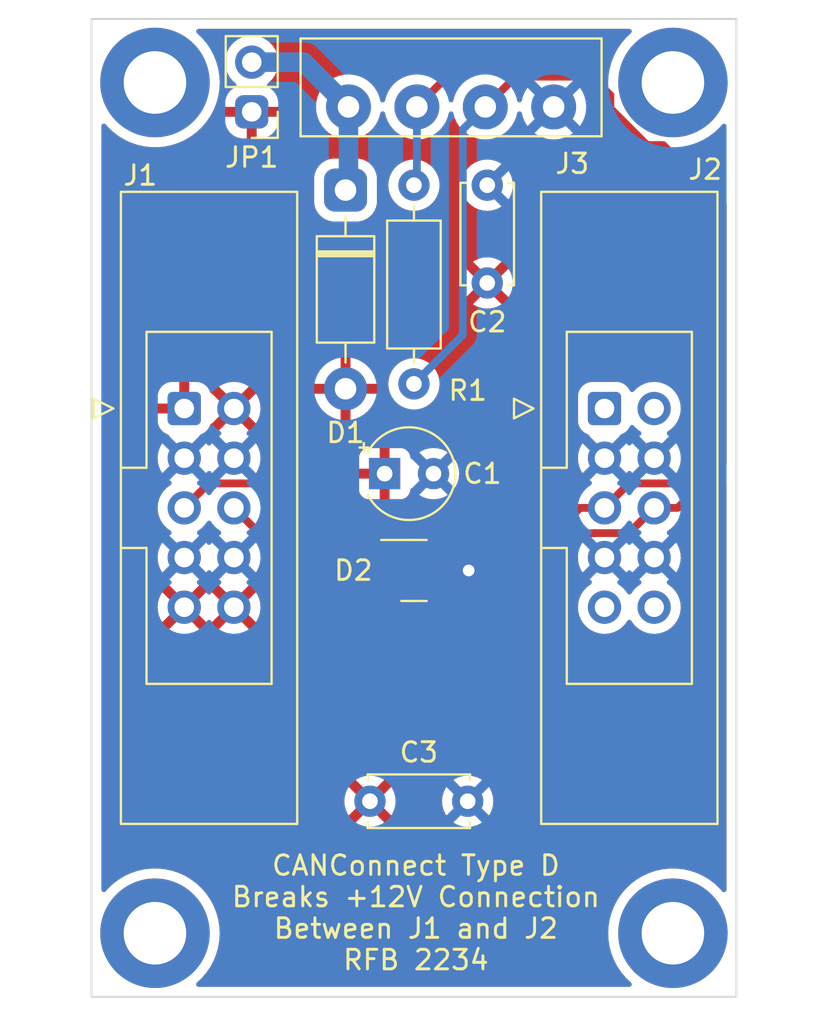
<source format=kicad_pcb>
(kicad_pcb (version 20211014) (generator pcbnew)
  (layers (0 "F.Cu" signal) (31 "B.Cu" signal) (34 "B.Paste" user) (35 "F.Paste" user) (36 "B.SilkS" user "B.Silkscreen") (37 "F.SilkS" user "F.Silkscreen") (38 "B.Mask" user) (39 "F.Mask" user) (44 "Edge.Cuts" user))
  (net 0 "")
  (net 1 "+12V")
  (net 2 "GND")
  (net 3 "/VP")
  (net 4 "/H")
  (net 5 "/L")
  (footprint "Capacitor_THT:C_Disc_D5.0mm_W2.5mm_P5.00mm" (layer "F.Cu") (at 120.25 113.5 90)
    (fp_text reference "C2" (at -2 0 180) (layer "F.SilkS"))
    (fp_text value "100nF")
    (fp_line (start -0.12 1.055) (end -0.12 1.37) (layer "F.SilkS") (width 0.12))
    (fp_line (start -0.12 1.37) (end 5.12 1.37) (layer "F.SilkS") (width 0.12))
    (fp_line (start 5.12 -1.37) (end 5.12 -1.055) (layer "F.SilkS") (width 0.12))
    (fp_line (start 5.12 1.055) (end 5.12 1.37) (layer "F.SilkS") (width 0.12))
    (fp_line (start -0.12 -1.37) (end 5.12 -1.37) (layer "F.SilkS") (width 0.12))
    (fp_line (start -0.12 -1.37) (end -0.12 -1.055) (layer "F.SilkS") (width 0.12))
    (pad "1" thru_hole circle (at 0 0 90) (size 1.6 1.6) (drill 0.8) (layers *.Cu *.Mask) (net 1 "+12V"))
    (pad "2" thru_hole circle (at 5 0 90) (size 1.6 1.6) (drill 0.8) (layers *.Cu *.Mask) (net 2 "GND"))
  )
  (footprint "Capacitor_THT:C_Disc_D5.0mm_W2.5mm_P5.00mm" (layer "F.Cu") (at 114.25 140)
    (fp_text reference "C3" (at 2.5 -2.5) (layer "F.SilkS"))
    (fp_text value "100nF")
    (fp_line (start 5.12 -1.37) (end 5.12 -1.055) (layer "F.SilkS") (width 0.12))
    (fp_line (start -0.12 -1.37) (end 5.12 -1.37) (layer "F.SilkS") (width 0.12))
    (fp_line (start -0.12 1.37) (end 5.12 1.37) (layer "F.SilkS") (width 0.12))
    (fp_line (start -0.12 1.055) (end -0.12 1.37) (layer "F.SilkS") (width 0.12))
    (fp_line (start -0.12 -1.37) (end -0.12 -1.055) (layer "F.SilkS") (width 0.12))
    (fp_line (start 5.12 1.055) (end 5.12 1.37) (layer "F.SilkS") (width 0.12))
    (pad "1" thru_hole circle (at 0 0) (size 1.6 1.6) (drill 0.8) (layers *.Cu *.Mask) (net 1 "+12V"))
    (pad "2" thru_hole circle (at 5 0) (size 1.6 1.6) (drill 0.8) (layers *.Cu *.Mask) (net 2 "GND"))
  )
  (footprint "Diode_THT:D_DO-41_SOD81_P10.16mm_Horizontal" (layer "F.Cu") (at 113 108.75 -90)
    (fp_text reference "D1" (at 12.41 0 180) (layer "F.SilkS"))
    (fp_text value "UF4001")
    (fp_line (start 1.34 0) (end 2.36 0) (layer "F.SilkS") (width 0.12))
    (fp_line (start 2.36 1.47) (end 7.8 1.47) (layer "F.SilkS") (width 0.12))
    (fp_line (start 3.26 -1.47) (end 3.26 1.47) (layer "F.SilkS") (width 0.12))
    (fp_line (start 3.14 -1.47) (end 3.14 1.47) (layer "F.SilkS") (width 0.12))
    (fp_line (start 8.82 0) (end 7.8 0) (layer "F.SilkS") (width 0.12))
    (fp_line (start 2.36 -1.47) (end 2.36 1.47) (layer "F.SilkS") (width 0.12))
    (fp_line (start 3.38 -1.47) (end 3.38 1.47) (layer "F.SilkS") (width 0.12))
    (fp_line (start 7.8 -1.47) (end 2.36 -1.47) (layer "F.SilkS") (width 0.12))
    (fp_line (start 7.8 1.47) (end 7.8 -1.47) (layer "F.SilkS") (width 0.12))
    (pad "1" thru_hole roundrect (at 0 0 270) (size 2.2 2.2) (drill 1.1) (layers *.Cu *.Mask) (net 3 "/VP"))
    (pad "2" thru_hole oval (at 10.16 0 270) (size 2.2 2.2) (drill 1.1) (layers *.Cu *.Mask) (net 1 "+12V"))
  )
  (footprint "Resistor_THT:R_Axial_DIN0207_L6.3mm_D2.5mm_P10.16mm_Horizontal" (layer "F.Cu") (at 116.5 118.66 90)
    (fp_text reference "R1" (at -0.34 2.75 180) (layer "F.SilkS"))
    (fp_text value "120R")
    (fp_line (start 8.35 1.37) (end 8.35 -1.37) (layer "F.SilkS") (width 0.12))
    (fp_line (start 8.35 -1.37) (end 1.81 -1.37) (layer "F.SilkS") (width 0.12))
    (fp_line (start 9.12 0) (end 8.35 0) (layer "F.SilkS") (width 0.12))
    (fp_line (start 1.81 1.37) (end 8.35 1.37) (layer "F.SilkS") (width 0.12))
    (fp_line (start 1.81 -1.37) (end 1.81 1.37) (layer "F.SilkS") (width 0.12))
    (fp_line (start 1.04 0) (end 1.81 0) (layer "F.SilkS") (width 0.12))
    (pad "1" thru_hole circle (at 0 0 90) (size 1.6 1.6) (drill 0.8) (layers *.Cu *.Mask) (net 4 "/H"))
    (pad "2" thru_hole oval (at 10.16 0 90) (size 1.6 1.6) (drill 0.8) (layers *.Cu *.Mask) (net 5 "/L"))
  )
  (footprint "Connector_IDC:IDC-Header_2x05_P2.54mm_Latch_Vertical" (layer "F.Cu") (at 126.25 119.92)
    (fp_text reference "J2" (at 5.15 -12.22) (layer "F.SilkS"))
    (fp_text value "10W IDC Connector Latched")
    (fp_line (start -4.63 -0.5) (end -4.63 0.5) (layer "F.SilkS") (width 0.12))
    (fp_line (start -4.63 0.5) (end -3.63 0) (layer "F.SilkS") (width 0.12))
    (fp_line (start -3.24 -11.08) (end 5.78 -11.08) (layer "F.SilkS") (width 0.12))
    (fp_line (start 4.47 -3.92) (end 4.47 14.08) (layer "F.SilkS") (width 0.12))
    (fp_line (start 5.78 21.24) (end -3.24 21.24) (layer "F.SilkS") (width 0.12))
    (fp_line (start -1.93 14.08) (end -1.93 7.13) (layer "F.SilkS") (width 0.12))
    (fp_line (start 4.47 14.08) (end -1.93 14.08) (layer "F.SilkS") (width 0.12))
    (fp_line (start -3.24 21.24) (end -3.24 -11.08) (layer "F.SilkS") (width 0.12))
    (fp_line (start 5.78 -11.08) (end 5.78 21.24) (layer "F.SilkS") (width 0.12))
    (fp_line (start -1.93 -3.92) (end 4.47 -3.92) (layer "F.SilkS") (width 0.12))
    (fp_line (start -3.63 0) (end -4.63 -0.5) (layer "F.SilkS") (width 0.12))
    (fp_line (start -3.24 3.03) (end -1.93 3.03) (layer "F.SilkS") (width 0.12))
    (fp_line (start -1.93 7.13) (end -3.24 7.13) (layer "F.SilkS") (width 0.12))
    (fp_line (start -1.93 3.03) (end -1.93 -3.92) (layer "F.SilkS") (width 0.12))
    (fp_line (start -1.93 7.13) (end -1.93 7.13) (layer "F.SilkS") (width 0.12))
    (pad "1" thru_hole roundrect (at 0 0) (size 1.7 1.7) (drill 1) (layers *.Cu *.Mask) (roundrect_rratio 0.147059))
    (pad "2" thru_hole circle (at 2.54 0) (size 1.7 1.7) (drill 1) (layers *.Cu *.Mask))
    (pad "3" thru_hole circle (at 0 2.54) (size 1.7 1.7) (drill 1) (layers *.Cu *.Mask) (net 2 "GND"))
    (pad "4" thru_hole circle (at 2.54 2.54) (size 1.7 1.7) (drill 1) (layers *.Cu *.Mask) (net 2 "GND"))
    (pad "5" thru_hole circle (at 0 5.08) (size 1.7 1.7) (drill 1) (layers *.Cu *.Mask) (net 4 "/H"))
    (pad "6" thru_hole circle (at 2.54 5.08) (size 1.7 1.7) (drill 1) (layers *.Cu *.Mask) (net 5 "/L"))
    (pad "7" thru_hole circle (at 0 7.62) (size 1.7 1.7) (drill 1) (layers *.Cu *.Mask) (net 2 "GND"))
    (pad "8" thru_hole circle (at 2.54 7.62) (size 1.7 1.7) (drill 1) (layers *.Cu *.Mask) (net 2 "GND"))
    (pad "9" thru_hole circle (at 0 10.16) (size 1.7 1.7) (drill 1) (layers *.Cu *.Mask))
    (pad "10" thru_hole circle (at 2.54 10.16) (size 1.7 1.7) (drill 1) (layers *.Cu *.Mask))
  )
  (footprint "mylib:Camdenboss_3pt5mm_pitch_PCB_horizontal_4Way" (layer "F.Cu") (at 126.1 106 180)
    (fp_text reference "J3" (at 1.5 -1.4) (layer "F.SilkS"))
    (fp_text value "Conn_01x04_Male")
    (fp_line (start 0 0) (end 0 5) (layer "F.SilkS") (width 0.12))
    (fp_line (start 15.4 5) (end 0 5) (layer "F.SilkS") (width 0.12))
    (fp_line (start 15.4 0) (end 15.4 5) (layer "F.SilkS") (width 0.12))
    (fp_line (start 15.4 0) (end 0 0) (layer "F.SilkS") (width 0.12))
    (pad "1" thru_hole circle (at 2.45 1.5 90) (size 2.3 2.3) (drill 1.1) (layers *.Cu *.Mask) (net 2 "GND"))
    (pad "2" thru_hole circle (at 5.95 1.5 90) (size 2.3 2.3) (drill 1.1) (layers *.Cu *.Mask) (net 4 "/H"))
    (pad "3" thru_hole circle (at 9.45 1.5 90) (size 2.3 2.3) (drill 1.1) (layers *.Cu *.Mask) (net 5 "/L"))
    (pad "4" thru_hole circle (at 12.95 1.5 90) (size 2.3 2.3) (drill 1.1) (layers *.Cu *.Mask) (net 3 "/VP"))
  )
  (footprint "MountingHole:MountingHole_3.2mm_M3_DIN965_Pad_TopBottom" (layer "F.Cu") (at 103.25 103.25)
    (fp_text reference "H1" hide)
    (fp_text value "MountingHole")
    (pad "1" connect circle (at 0 0) (size 5.6 5.6) (layers "B.Cu" "B.Mask"))
    (pad "1" thru_hole circle (at 0 0) (size 3.6 3.6) (drill 3.2) (layers *.Cu *.Mask))
    (pad "1" connect circle (at 0 0) (size 5.6 5.6) (layers "F.Cu" "F.Mask"))
  )
  (footprint "MountingHole:MountingHole_3.2mm_M3_DIN965_Pad_TopBottom" (layer "F.Cu") (at 129.75 103.25)
    (fp_text reference "H2" hide)
    (fp_text value "MountingHole")
    (pad "1" connect circle (at 0 0) (size 5.6 5.6) (layers "F.Cu" "F.Mask"))
    (pad "1" thru_hole circle (at 0 0) (size 3.6 3.6) (drill 3.2) (layers *.Cu *.Mask))
    (pad "1" connect circle (at 0 0) (size 5.6 5.6) (layers "B.Cu" "B.Mask"))
  )
  (footprint "Connector_PinHeader_2.54mm:PinHeader_1x02_P2.54mm_Vertical" (layer "F.Cu") (at 108.2 104.75 180)
    (fp_text reference "JP1" (at 0 -2.33) (layer "F.SilkS"))
    (fp_text value "Jumper_2_Open")
    (fp_line (start 1.33 1.27) (end 1.33 3.87) (layer "F.SilkS") (width 0.12))
    (fp_line (start -1.33 0) (end -1.33 -1.33) (layer "F.SilkS") (width 0.12))
    (fp_line (start -1.33 -1.33) (end 0 -1.33) (layer "F.SilkS") (width 0.12))
    (fp_line (start -1.33 1.27) (end -1.33 3.87) (layer "F.SilkS") (width 0.12))
    (fp_line (start -1.33 1.27) (end 1.33 1.27) (layer "F.SilkS") (width 0.12))
    (fp_line (start -1.33 3.87) (end 1.33 3.87) (layer "F.SilkS") (width 0.12))
    (pad "1" thru_hole roundrect (at 0 0 180) (size 1.7 1.7) (drill 1) (layers *.Cu *.Mask) (net 1 "+12V"))
    (pad "2" thru_hole oval (at 0 2.54 180) (size 1.7 1.7) (drill 1) (layers *.Cu *.Mask) (net 3 "/VP"))
  )
  (footprint "Capacitor_THT:CP_Radial_Tantal_D4.5mm_P2.50mm" (layer "F.Cu") (at 115 123.25)
    (fp_text reference "C1" (at 5 0) (layer "F.SilkS"))
    (fp_text value "4u7F")
    (fp_line (start -1.287288 -1.335) (end -0.837288 -1.335) (layer "F.SilkS") (width 0.12))
    (fp_line (start -1.062288 -1.56) (end -1.062288 -1.11) (layer "F.SilkS") (width 0.12))
    (fp_arc (start -0.869741 -1.06) (mid 3.62 0) (end -0.869741 1.06) (layer "F.SilkS") (width 0.12))
    (pad "1" thru_hole rect (at 0 0) (size 1.6 1.6) (drill 0.8) (layers *.Cu *.Mask) (net 1 "+12V"))
    (pad "2" thru_hole circle (at 2.5 0) (size 1.6 1.6) (drill 0.8) (layers *.Cu *.Mask) (net 2 "GND"))
  )
  (footprint "Package_TO_SOT_SMD:SOT-23" (layer "F.Cu") (at 116.5 128.2)
    (fp_text reference "D2" (at -3.1 0) (layer "F.SilkS"))
    (fp_text value "SP0502BAHTG")
    (fp_line (start 0 -1.56) (end 0.65 -1.56) (layer "F.SilkS") (width 0.12))
    (fp_line (start 0 1.56) (end -0.65 1.56) (layer "F.SilkS") (width 0.12))
    (fp_line (start 0 1.56) (end 0.65 1.56) (layer "F.SilkS") (width 0.12))
    (fp_line (start 0 -1.56) (end -1.675 -1.56) (layer "F.SilkS") (width 0.12))
    (pad "1" smd roundrect (at -0.9375 -0.95) (size 1.475 0.6) (layers "F.Cu" "F.Paste" "F.Mask") (net 4 "/H"))
    (pad "2" smd roundrect (at -0.9375 0.95) (size 1.475 0.6) (layers "F.Cu" "F.Paste" "F.Mask") (net 5 "/L"))
    (pad "3" smd roundrect (at 0.9375 0) (size 1.475 0.6) (layers "F.Cu" "F.Paste" "F.Mask") (net 2 "GND"))
  )
  (footprint "MountingHole:MountingHole_3.2mm_M3_DIN965_Pad_TopBottom" (layer "F.Cu") (at 129.75 146.75)
    (fp_text reference "H4" hide)
    (fp_text value "MountingHole")
    (pad "1" thru_hole circle (at 0 0) (size 3.6 3.6) (drill 3.2) (layers *.Cu *.Mask))
    (pad "1" connect circle (at 0 0) (size 5.6 5.6) (layers "F.Cu" "F.Mask"))
    (pad "1" connect circle (at 0 0) (size 5.6 5.6) (layers "B.Cu" "B.Mask"))
  )
  (footprint "Connector_IDC:IDC-Header_2x05_P2.54mm_Latch_Vertical" (layer "F.Cu") (at 104.7475 119.92)
    (fp_text reference "J1" (at -2.2475 -11.92) (layer "F.SilkS"))
    (fp_text value "10W IDC Connector Latched")
    (fp_line (start -4.63 -0.5) (end -4.63 0.5) (layer "F.SilkS") (width 0.12))
    (fp_line (start 5.78 -11.08) (end 5.78 21.24) (layer "F.SilkS") (width 0.12))
    (fp_line (start -1.93 7.13) (end -1.93 7.13) (layer "F.SilkS") (width 0.12))
    (fp_line (start -1.93 -3.92) (end 4.47 -3.92) (layer "F.SilkS") (width 0.12))
    (fp_line (start -1.93 7.13) (end -3.24 7.13) (layer "F.SilkS") (width 0.12))
    (fp_line (start -3.24 -11.08) (end 5.78 -11.08) (layer "F.SilkS") (width 0.12))
    (fp_line (start 4.47 14.08) (end -1.93 14.08) (layer "F.SilkS") (width 0.12))
    (fp_line (start -3.24 3.03) (end -1.93 3.03) (layer "F.SilkS") (width 0.12))
    (fp_line (start -3.63 0) (end -4.63 -0.5) (layer "F.SilkS") (width 0.12))
    (fp_line (start -4.63 0.5) (end -3.63 0) (layer "F.SilkS") (width 0.12))
    (fp_line (start -3.24 21.24) (end -3.24 -11.08) (layer "F.SilkS") (width 0.12))
    (fp_line (start 5.78 21.24) (end -3.24 21.24) (layer "F.SilkS") (width 0.12))
    (fp_line (start -1.93 3.03) (end -1.93 -3.92) (layer "F.SilkS") (width 0.12))
    (fp_line (start 4.47 -3.92) (end 4.47 14.08) (layer "F.SilkS") (width 0.12))
    (fp_line (start -1.93 14.08) (end -1.93 7.13) (layer "F.SilkS") (width 0.12))
    (pad "1" thru_hole roundrect (at 0 0) (size 1.7 1.7) (drill 1) (layers *.Cu *.Mask) (roundrect_rratio 0.147059) (net 1 "+12V"))
    (pad "2" thru_hole circle (at 2.54 0) (size 1.7 1.7) (drill 1) (layers *.Cu *.Mask) (net 1 "+12V"))
    (pad "3" thru_hole circle (at 0 2.54) (size 1.7 1.7) (drill 1) (layers *.Cu *.Mask) (net 2 "GND"))
    (pad "4" thru_hole circle (at 2.54 2.54) (size 1.7 1.7) (drill 1) (layers *.Cu *.Mask) (net 2 "GND"))
    (pad "5" thru_hole circle (at 0 5.08) (size 1.7 1.7) (drill 1) (layers *.Cu *.Mask) (net 4 "/H"))
    (pad "6" thru_hole circle (at 2.54 5.08) (size 1.7 1.7) (drill 1) (layers *.Cu *.Mask) (net 5 "/L"))
    (pad "7" thru_hole circle (at 0 7.62) (size 1.7 1.7) (drill 1) (layers *.Cu *.Mask) (net 2 "GND"))
    (pad "8" thru_hole circle (at 2.54 7.62) (size 1.7 1.7) (drill 1) (layers *.Cu *.Mask) (net 2 "GND"))
    (pad "9" thru_hole circle (at 0 10.16) (size 1.7 1.7) (drill 1) (layers *.Cu *.Mask) (net 1 "+12V"))
    (pad "10" thru_hole circle (at 2.54 10.16) (size 1.7 1.7) (drill 1) (layers *.Cu *.Mask) (net 1 "+12V"))
  )
  (footprint "MountingHole:MountingHole_3.2mm_M3_DIN965_Pad_TopBottom" (layer "F.Cu") (at 103.25 146.75)
    (fp_text reference "H3" hide)
    (fp_text value "MountingHole")
    (pad "1" connect circle (at 0 0) (size 5.6 5.6) (layers "F.Cu" "F.Mask"))
    (pad "1" thru_hole circle (at 0 0) (size 3.6 3.6) (drill 3.2) (layers *.Cu *.Mask))
    (pad "1" connect circle (at 0 0) (size 5.6 5.6) (layers "B.Cu" "B.Mask"))
  )
  (gr_rect (start 100 100) (end 133 150) (layer "Edge.Cuts") (width 0.1) (fill none))
  (gr_text "CANConnect Type D\nBreaks +12V Connection\nBetween J1 and J2\nRFB 2234" (at 116.6 145.7) (layer "F.SilkS") (effects (font (size 1 1))))
  (segment (start 117.4375 128.2) (end 119.3 128.2) (width 0.4) (layer "F.Cu") (net 2))
  (via (at 119.3 128.2) (size 1.2) (drill 0.6) (layers "F.Cu" "B.Cu") (net 2))
  (segment (start 113.15 108.6) (end 113 108.75) (width 0.25) (layer "B.Cu") (net 3))
  (segment (start 113.15 104.5) (end 113.15 108.6) (width 1) (layer "B.Cu") (net 3))
  (segment (start 110.86 102.21) (end 113.15 104.5) (width 1) (layer "B.Cu") (net 3))
  (segment (start 108.2 102.21) (end 110.86 102.21) (width 1) (layer "B.Cu") (net 3))
  (segment (start 111.75 127.25) (end 108.25 123.75) (width 0.4) (layer "F.Cu") (net 4))
  (segment (start 120 127.25) (end 119.825 127.075) (width 0.4) (layer "F.Cu") (net 4))
  (segment (start 122.75 127.25) (end 120 127.25) (width 0.4) (layer "F.Cu") (net 4))
  (segment (start 125.9505 104.823806) (end 128.176195 107.049501) (width 0.4) (layer "F.Cu") (net 4))
  (segment (start 125.950499 104.150499) (end 125.9505 104.823806) (width 0.4) (layer "F.Cu") (net 4))
  (segment (start 120.15 104.5) (end 121.7 102.95) (width 0.4) (layer "F.Cu") (net 4))
  (segment (start 129.001679 107.049501) (end 131.4 109.447822) (width 0.4) (layer "F.Cu") (net 4))
  (segment (start 115.5625 127.25) (end 111.75 127.25) (width 0.4) (layer "F.Cu") (net 4))
  (segment (start 125 125) (end 122.75 127.25) (width 0.4) (layer "F.Cu") (net 4))
  (segment (start 131.4 109.447822) (end 131.4 122.2) (width 0.4) (layer "F.Cu") (net 4))
  (segment (start 127.5 123.75) (end 126.25 125) (width 0.4) (layer "F.Cu") (net 4))
  (segment (start 129.85 123.75) (end 127.5 123.75) (width 0.4) (layer "F.Cu") (net 4))
  (segment (start 118.75 127.25) (end 118.925 127.075) (width 0.4) (layer "F.Cu") (net 4))
  (segment (start 128.176195 107.049501) (end 129.001679 107.049501) (width 0.4) (layer "F.Cu") (net 4))
  (segment (start 124.75 102.95) (end 125.950499 104.150499) (width 0.4) (layer "F.Cu") (net 4))
  (segment (start 105.9975 123.75) (end 104.7475 125) (width 0.4) (layer "F.Cu") (net 4))
  (segment (start 118.75 127.25) (end 115.5625 127.25) (width 0.4) (layer "F.Cu") (net 4))
  (segment (start 131.4 122.2) (end 129.85 123.75) (width 0.4) (layer "F.Cu") (net 4))
  (segment (start 118.925 127.075) (end 119.825 127.075) (width 0.4) (layer "F.Cu") (net 4))
  (segment (start 126.25 125) (end 125 125) (width 0.4) (layer "F.Cu") (net 4))
  (segment (start 121.7 102.95) (end 124.75 102.95) (width 0.4) (layer "F.Cu") (net 4))
  (segment (start 108.25 123.75) (end 105.9975 123.75) (width 0.4) (layer "F.Cu") (net 4))
  (segment (start 119 105.65) (end 119 116.16) (width 0.4) (layer "B.Cu") (net 4))
  (segment (start 119 116.16) (end 116.5 118.66) (width 0.4) (layer "B.Cu") (net 4))
  (segment (start 120.15 104.5) (end 119 105.65) (width 0.4) (layer "B.Cu") (net 4))
  (segment (start 125.7 126.3) (end 125.71 126.29) (width 0.4) (layer "F.Cu") (net 5))
  (segment (start 125.71 126.29) (end 127.5 126.29) (width 0.4) (layer "F.Cu") (net 5))
  (segment (start 111.4375 129.15) (end 107.2875 125) (width 0.4) (layer "F.Cu") (net 5))
  (segment (start 126.55 104.575484) (end 126.549999 103.902177) (width 0.4) (layer "F.Cu") (net 5))
  (segment (start 124.8 126.3) (end 125.7 126.3) (width 0.4) (layer "F.Cu") (net 5))
  (segment (start 118.75 129.25) (end 119.75 129.25) (width 0.4) (layer "F.Cu") (net 5))
  (segment (start 129.992081 125) (end 132.3 122.692081) (width 0.4) (layer "F.Cu") (net 5))
  (segment (start 129.25 106.45) (end 128.424516 106.45) (width 0.4) (layer "F.Cu") (net 5))
  (segment (start 127.5 126.29) (end 128.79 125) (width 0.4) (layer "F.Cu") (net 5))
  (segment (start 118.65 129.15) (end 118.75 129.25) (width 0.4) (layer "F.Cu") (net 5))
  (segment (start 123.15 127.95) (end 124.8 126.3) (width 0.4) (layer "F.Cu") (net 5))
  (segment (start 132.3 109.5) (end 129.25 106.45) (width 0.4) (layer "F.Cu") (net 5))
  (segment (start 128.79 125) (end 129.992081 125) (width 0.4) (layer "F.Cu") (net 5))
  (segment (start 119.75 129.25) (end 121.05 127.95) (width 0.4) (layer "F.Cu") (net 5))
  (segment (start 124.998321 102.350499) (end 118.7995 102.3505) (width 0.4) (layer "F.Cu") (net 5))
  (segment (start 118.7995 102.3505) (end 116.65 104.5) (width 0.4) (layer "F.Cu") (net 5))
  (segment (start 126.549999 103.902177) (end 124.998321 102.350499) (width 0.4) (layer "F.Cu") (net 5))
  (segment (start 128.424516 106.45) (end 126.55 104.575484) (width 0.4) (layer "F.Cu") (net 5))
  (segment (start 121.05 127.95) (end 123.15 127.95) (width 0.4) (layer "F.Cu") (net 5))
  (segment (start 115.5625 129.15) (end 118.65 129.15) (width 0.4) (layer "F.Cu") (net 5))
  (segment (start 115.5625 129.15) (end 111.4375 129.15) (width 0.4) (layer "F.Cu") (net 5))
  (segment (start 132.3 122.692081) (end 132.3 109.5) (width 0.4) (layer "F.Cu") (net 5))
  (segment (start 116.65 108.35) (end 116.5 108.5) (width 0.4) (layer "B.Cu") (net 5))
  (segment (start 116.65 104.5) (end 116.65 108.35) (width 0.4) (layer "B.Cu") (net 5))
  (zone (net 1) (net_name "+12V") (layer "F.Cu") (connect_pads (clearance 0.508)) (min_thickness 0.254) (fill yes (thermal_gap 0.508) (thermal_bridge_width 0.508) (smoothing fillet) (radius 1.5))
    (polygon (pts (xy 133 150) (xy 100.25 150) (xy 100.25 100) (xy 133 100)))
  )
  (zone (net 2) (net_name "GND") (layer "B.Cu") (connect_pads (clearance 0.508)) (min_thickness 0.254) (fill yes (thermal_gap 0.508) (thermal_bridge_width 0.508) (smoothing fillet) (radius 1))
    (polygon (pts (xy 132.75 149.85) (xy 100.25 149.85) (xy 100.25 136.5) (xy 100.25 100.25) (xy 132.75 100.25)))
  )
)
</source>
